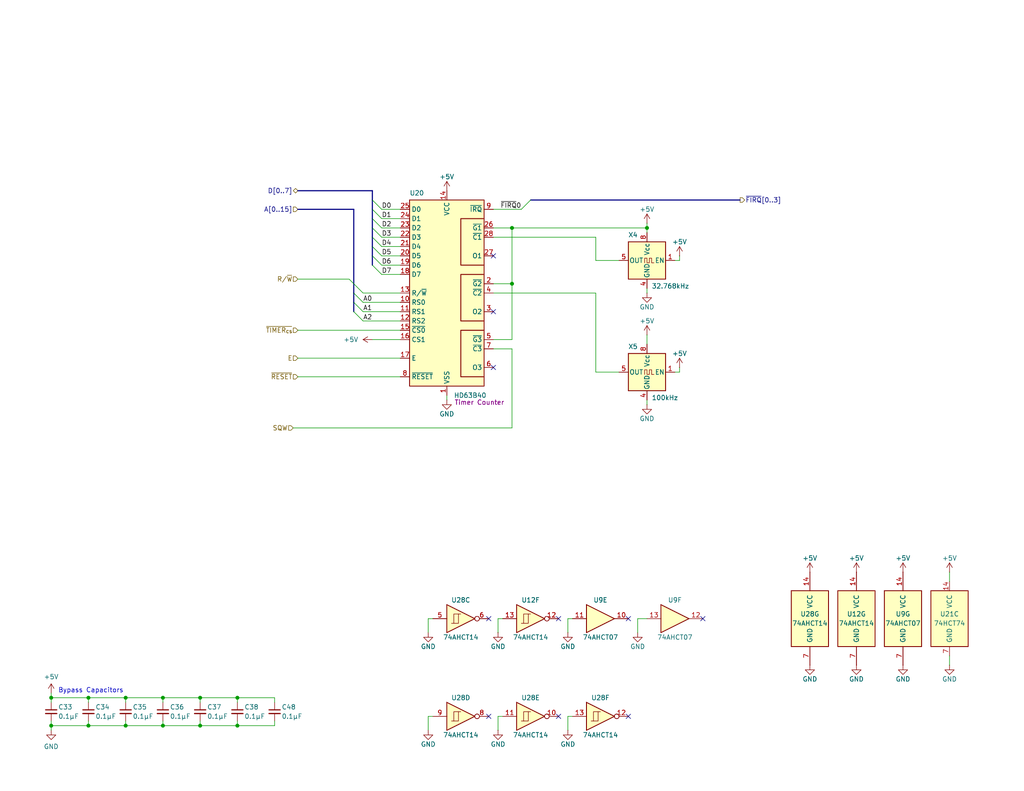
<source format=kicad_sch>
(kicad_sch (version 20250114) (generator "eeschema") (generator_version "9.0")
  (paper "USLetter")
  (title_block (title "Programmable Timer Module") (date "2026-02-28") (rev "2.1") (company "MicroHobbyist") (comment 1 "Frédéric Segard"))
  (lib_symbols
    (symbol "74xx:74HC14" (pin_names (offset 1.016))
      (property "Reference" "U" (at 0 1.27 0))
      (property "Value" "74HC14" (at 0 -1.27 0))
      (symbol "74HC14_1_0"
        (polyline (pts (xy -3.81 3.81) (xy -3.81 -3.81) (xy 3.81 0) (xy -3.81 3.81)) (stroke (width 0.254)) (fill (type background)))
        (pin input line (at -7.62 0 0) (length 3.81) (name "~") (number "1"))
        (pin output inverted (at 7.62 0 180) (length 3.81) (name "~") (number "2"))
      )
      (symbol "74HC14_1_1"
        (polyline (pts (xy -2.54 -1.27) (xy -0.635 -1.27) (xy -0.635 1.27) (xy 0 1.27)))
        (polyline (pts (xy -1.905 -1.27) (xy -1.905 1.27) (xy -0.635 1.27)))
      )
      (symbol "74HC14_2_0"
        (polyline (pts (xy -3.81 3.81) (xy -3.81 -3.81) (xy 3.81 0) (xy -3.81 3.81)) (stroke (width 0.254)) (fill (type background)))
        (pin input line (at -7.62 0 0) (length 3.81) (name "~") (number "3"))
        (pin output inverted (at 7.62 0 180) (length 3.81) (name "~") (number "4"))
      )
      (symbol "74HC14_2_1"
        (polyline (pts (xy -2.54 -1.27) (xy -0.635 -1.27) (xy -0.635 1.27) (xy 0 1.27)))
        (polyline (pts (xy -1.905 -1.27) (xy -1.905 1.27) (xy -0.635 1.27)))
      )
      (symbol "74HC14_3_0"
        (polyline (pts (xy -3.81 3.81) (xy -3.81 -3.81) (xy 3.81 0) (xy -3.81 3.81)) (stroke (width 0.254)) (fill (type background)))
        (pin input line (at -7.62 0 0) (length 3.81) (name "~") (number "5"))
        (pin output inverted (at 7.62 0 180) (length 3.81) (name "~") (number "6"))
      )
      (symbol "74HC14_3_1"
        (polyline (pts (xy -2.54 -1.27) (xy -0.635 -1.27) (xy -0.635 1.27) (xy 0 1.27)))
        (polyline (pts (xy -1.905 -1.27) (xy -1.905 1.27) (xy -0.635 1.27)))
      )
      (symbol "74HC14_4_0"
        (polyline (pts (xy -3.81 3.81) (xy -3.81 -3.81) (xy 3.81 0) (xy -3.81 3.81)) (stroke (width 0.254)) (fill (type background)))
        (pin input line (at -7.62 0 0) (length 3.81) (name "~") (number "9"))
        (pin output inverted (at 7.62 0 180) (length 3.81) (name "~") (number "8"))
      )
      (symbol "74HC14_4_1"
        (polyline (pts (xy -2.54 -1.27) (xy -0.635 -1.27) (xy -0.635 1.27) (xy 0 1.27)))
        (polyline (pts (xy -1.905 -1.27) (xy -1.905 1.27) (xy -0.635 1.27)))
      )
      (symbol "74HC14_5_0"
        (polyline (pts (xy -3.81 3.81) (xy -3.81 -3.81) (xy 3.81 0) (xy -3.81 3.81)) (stroke (width 0.254)) (fill (type background)))
        (pin input line (at -7.62 0 0) (length 3.81) (name "~") (number "11"))
        (pin output inverted (at 7.62 0 180) (length 3.81) (name "~") (number "10"))
      )
      (symbol "74HC14_5_1"
        (polyline (pts (xy -2.54 -1.27) (xy -0.635 -1.27) (xy -0.635 1.27) (xy 0 1.27)))
        (polyline (pts (xy -1.905 -1.27) (xy -1.905 1.27) (xy -0.635 1.27)))
      )
      (symbol "74HC14_6_0"
        (polyline (pts (xy -3.81 3.81) (xy -3.81 -3.81) (xy 3.81 0) (xy -3.81 3.81)) (stroke (width 0.254)) (fill (type background)))
        (pin input line (at -7.62 0 0) (length 3.81) (name "~") (number "13"))
        (pin output inverted (at 7.62 0 180) (length 3.81) (name "~") (number "12"))
      )
      (symbol "74HC14_6_1"
        (polyline (pts (xy -2.54 -1.27) (xy -0.635 -1.27) (xy -0.635 1.27) (xy 0 1.27)))
        (polyline (pts (xy -1.905 -1.27) (xy -1.905 1.27) (xy -0.635 1.27)))
      )
      (symbol "74HC14_7_0"
        (pin power_in line (at 0 12.7 270) (length 5.08) (name "VCC") (number "14"))
        (pin power_in line (at 0 -12.7 90) (length 5.08) (name "GND") (number "7"))
      )
      (symbol "74HC14_7_1"
        (rectangle (start -5.08 7.62) (end 5.08 -7.62) (stroke (width 0.254)) (fill (type background)))
      )
    )
    (symbol "74xx:74HCT74" (pin_names (offset 1.016))
      (property "Reference" "U" (at -7.62 8.89 0))
      (property "Value" "74HCT74" (at -7.62 -8.89 0))
      (symbol "74HCT74_1_0"
        (pin input line (at -7.62 2.54 0) (length 2.54) (name "D") (number "2"))
        (pin input clock (at -7.62 0 0) (length 2.54) (name "C") (number "3"))
        (pin input line (at 0 7.62 270) (length 2.54) (name "~{S}") (number "4"))
        (pin input line (at 0 -7.62 90) (length 2.54) (name "~{R}") (number "1"))
        (pin output line (at 7.62 2.54 180) (length 2.54) (name "Q") (number "5"))
        (pin output line (at 7.62 -2.54 180) (length 2.54) (name "~{Q}") (number "6"))
      )
      (symbol "74HCT74_1_1"
        (rectangle (start -5.08 5.08) (end 5.08 -5.08) (stroke (width 0.254)) (fill (type background)))
      )
      (symbol "74HCT74_2_0"
        (pin input line (at -7.62 2.54 0) (length 2.54) (name "D") (number "12"))
        (pin input clock (at -7.62 0 0) (length 2.54) (name "C") (number "11"))
        (pin input line (at 0 7.62 270) (length 2.54) (name "~{S}") (number "10"))
        (pin input line (at 0 -7.62 90) (length 2.54) (name "~{R}") (number "13"))
        (pin output line (at 7.62 2.54 180) (length 2.54) (name "Q") (number "9"))
        (pin output line (at 7.62 -2.54 180) (length 2.54) (name "~{Q}") (number "8"))
      )
      (symbol "74HCT74_2_1"
        (rectangle (start -5.08 5.08) (end 5.08 -5.08) (stroke (width 0.254)) (fill (type background)))
      )
      (symbol "74HCT74_3_0"
        (pin power_in line (at 0 10.16 270) (length 2.54) (name "VCC") (number "14"))
        (pin power_in line (at 0 -10.16 90) (length 2.54) (name "GND") (number "7"))
      )
      (symbol "74HCT74_3_1"
        (rectangle (start -5.08 7.62) (end 5.08 -7.62) (stroke (width 0.254)) (fill (type background)))
      )
    )
    (symbol "74xx:74LS07" (pin_names (offset 1.016))
      (property "Reference" "U" (at 0 1.27 0))
      (property "Value" "74LS07" (at 0 -1.27 0))
      (symbol "74LS07_1_0"
        (polyline (pts (xy -3.81 3.81) (xy -3.81 -3.81) (xy 3.81 0) (xy -3.81 3.81)) (stroke (width 0.254)) (fill (type background)))
        (pin input line (at -7.62 0 0) (length 3.81) (name "~") (number "1"))
        (pin open_collector line (at 7.62 0 180) (length 3.81) (name "~") (number "2"))
      )
      (symbol "74LS07_2_0"
        (polyline (pts (xy -3.81 3.81) (xy -3.81 -3.81) (xy 3.81 0) (xy -3.81 3.81)) (stroke (width 0.254)) (fill (type background)))
        (pin input line (at -7.62 0 0) (length 3.81) (name "~") (number "3"))
        (pin open_collector line (at 7.62 0 180) (length 3.81) (name "~") (number "4"))
      )
      (symbol "74LS07_3_0"
        (polyline (pts (xy -3.81 3.81) (xy -3.81 -3.81) (xy 3.81 0) (xy -3.81 3.81)) (stroke (width 0.254)) (fill (type background)))
        (pin input line (at -7.62 0 0) (length 3.81) (name "~") (number "5"))
        (pin open_collector line (at 7.62 0 180) (length 3.81) (name "~") (number "6"))
      )
      (symbol "74LS07_4_0"
        (polyline (pts (xy -3.81 3.81) (xy -3.81 -3.81) (xy 3.81 0) (xy -3.81 3.81)) (stroke (width 0.254)) (fill (type background)))
        (pin input line (at -7.62 0 0) (length 3.81) (name "~") (number "9"))
        (pin open_collector line (at 7.62 0 180) (length 3.81) (name "~") (number "8"))
      )
      (symbol "74LS07_5_0"
        (polyline (pts (xy -3.81 3.81) (xy -3.81 -3.81) (xy 3.81 0) (xy -3.81 3.81)) (stroke (width 0.254)) (fill (type background)))
        (pin input line (at -7.62 0 0) (length 3.81) (name "~") (number "11"))
        (pin open_collector line (at 7.62 0 180) (length 3.81) (name "~") (number "10"))
      )
      (symbol "74LS07_6_0"
        (polyline (pts (xy -3.81 3.81) (xy -3.81 -3.81) (xy 3.81 0) (xy -3.81 3.81)) (stroke (width 0.254)) (fill (type background)))
        (pin input line (at -7.62 0 0) (length 3.81) (name "~") (number "13"))
        (pin open_collector line (at 7.62 0 180) (length 3.81) (name "~") (number "12"))
      )
      (symbol "74LS07_7_0"
        (pin power_in line (at 0 12.7 270) (length 5.08) (name "VCC") (number "14"))
        (pin power_in line (at 0 -12.7 90) (length 5.08) (name "GND") (number "7"))
      )
      (symbol "74LS07_7_1"
        (rectangle (start -5.08 7.62) (end 5.08 -7.62) (stroke (width 0.254)) (fill (type background)))
      )
    )
    (symbol "Device:C_Small" (pin_numbers (hide yes)) (pin_names (offset 0.254) (hide yes))
      (property "Reference" "C" (at 0.254 1.778 0))
      (property "Value" "C_Small" (at 0.254 -2.032 0))
      (symbol "C_Small_0_1"
        (polyline (pts (xy -1.524 0.508) (xy 1.524 0.508)) (stroke (width 0.3048)))
        (polyline (pts (xy -1.524 -0.508) (xy 1.524 -0.508)) (stroke (width 0.3302)))
      )
      (symbol "C_Small_1_1"
        (pin passive line (at 0 2.54 270) (length 2.032) (name "~") (number "1"))
        (pin passive line (at 0 -2.54 90) (length 2.032) (name "~") (number "2"))
      )
    )
    (symbol "Interface:MC68B40"
      (property "Reference" "U" (at -7.62 34.29 0))
      (property "Value" "MC68B40" (at 10.16 34.29 0))
      (symbol "MC68B40_0_1"
        (rectangle (start -10.16 25.4) (end 10.16 -25.4) (stroke (width 0.254)) (fill (type background)))
        (polyline (pts (xy 10.16 20.32) (xy 3.81 20.32) (xy 3.81 7.62) (xy 10.16 7.62)) (stroke (width 0.254)))
        (polyline (pts (xy 10.16 5.08) (xy 3.81 5.08) (xy 3.81 -7.62) (xy 10.16 -7.62)) (stroke (width 0.254)))
        (polyline (pts (xy 10.16 -10.16) (xy 3.81 -10.16) (xy 3.81 -22.86) (xy 10.16 -22.86)) (stroke (width 0.254)))
      )
      (symbol "MC68B40_1_1"
        (pin input line (at -12.7 22.86 0) (length 2.54) (name "D0") (number "25"))
        (pin input line (at -12.7 20.32 0) (length 2.54) (name "D1") (number "24"))
        (pin input line (at -12.7 17.78 0) (length 2.54) (name "D2") (number "23"))
        (pin input line (at -12.7 15.24 0) (length 2.54) (name "D3") (number "22"))
        (pin input line (at -12.7 12.7 0) (length 2.54) (name "D4") (number "21"))
        (pin input line (at -12.7 10.16 0) (length 2.54) (name "D5") (number "20"))
        (pin input line (at -12.7 7.62 0) (length 2.54) (name "D6") (number "19"))
        (pin input line (at -12.7 5.08 0) (length 2.54) (name "D7") (number "18"))
        (pin input line (at -12.7 0 0) (length 2.54) (name "R/~{W}") (number "13"))
        (pin input line (at -12.7 -2.54 0) (length 2.54) (name "RS0") (number "10"))
        (pin input line (at -12.7 -5.08 0) (length 2.54) (name "RS1") (number "11"))
        (pin input line (at -12.7 -7.62 0) (length 2.54) (name "RS2") (number "12"))
        (pin input line (at -12.7 -10.16 0) (length 2.54) (name "~{CS0}") (number "15"))
        (pin input line (at -12.7 -12.7 0) (length 2.54) (name "CS1") (number "16"))
        (pin input line (at -12.7 -17.78 0) (length 2.54) (name "E") (number "17"))
        (pin input line (at -12.7 -22.86 0) (length 2.54) (name "~{RESET}") (number "8"))
        (pin power_in line (at 0 27.94 270) (length 2.54) (name "VCC") (number "14"))
        (pin power_in line (at 0 -27.94 90) (length 2.54) (name "VSS") (number "1"))
        (pin output line (at 12.7 22.86 180) (length 2.54) (name "~{IRQ}") (number "9"))
        (pin input line (at 12.7 17.78 180) (length 2.54) (name "~{G1}") (number "26"))
        (pin input line (at 12.7 15.24 180) (length 2.54) (name "~{C1}") (number "28"))
        (pin output line (at 12.7 10.16 180) (length 2.54) (name "O1") (number "27"))
        (pin input line (at 12.7 2.54 180) (length 2.54) (name "~{G2}") (number "2"))
        (pin input line (at 12.7 0 180) (length 2.54) (name "~{C2}") (number "4"))
        (pin output line (at 12.7 -5.08 180) (length 2.54) (name "O2") (number "3"))
        (pin input line (at 12.7 -12.7 180) (length 2.54) (name "~{G3}") (number "5"))
        (pin input line (at 12.7 -15.24 180) (length 2.54) (name "~{C3}") (number "7"))
        (pin output line (at 12.7 -20.32 180) (length 2.54) (name "O3") (number "6"))
      )
    )
    (symbol "Oscillator:CXO_DIP8" (pin_names (offset 0.254))
      (property "Reference" "Y" (at -5.08 6.35 0))
      (property "Value" "CXO_DIP8" (at 1.27 -6.35 0))
      (symbol "CXO_DIP8_0_1"
        (rectangle (start -5.08 5.08) (end 5.08 -5.08) (stroke (width 0.254)) (fill (type background)))
        (polyline (pts (xy -1.905 -0.635) (xy -1.27 -0.635) (xy -1.27 0.635) (xy -0.635 0.635) (xy -0.635 -0.635) (xy 0 -0.635) (xy 0 0.635) (xy 0.635 0.635) (xy 0.635 -0.635)))
      )
      (symbol "CXO_DIP8_1_1"
        (pin input line (at -7.62 0 0) (length 2.54) (name "EN") (number "1"))
        (pin power_in line (at 0 7.62 270) (length 2.54) (name "Vcc") (number "8"))
        (pin power_in line (at 0 -7.62 90) (length 2.54) (name "GND") (number "4"))
        (pin output line (at 7.62 0 180) (length 2.54) (name "OUT") (number "5"))
      )
    )
    (symbol "power:+5V" (power) (pin_numbers (hide yes)) (pin_names (offset 0) (hide yes))
      (property "Value" "+5V" (at 0 3.556 0))
      (symbol "+5V_0_1"
        (polyline (pts (xy -0.762 1.27) (xy 0 2.54)))
        (polyline (pts (xy 0 2.54) (xy 0.762 1.27)))
        (polyline (pts (xy 0 0) (xy 0 2.54)))
      )
      (symbol "+5V_1_1"
        (pin power_in line (at 0 0 90) (length 0) (name "~") (number "1"))
      )
    )
    (symbol "power:GND" (power) (pin_numbers (hide yes)) (pin_names (offset 0) (hide yes))
      (property "Value" "GND" (at 0 -3.81 0))
      (symbol "GND_0_1"
        (polyline (pts (xy 0 0) (xy 0 -1.27) (xy 1.27 -1.27) (xy 0 -2.54) (xy -1.27 -1.27) (xy 0 -1.27)))
      )
      (symbol "GND_1_1"
        (pin power_in line (at 0 0 270) (length 0) (name "~") (number "1"))
      )
    )
  )
  (text "Bypass Capacitors" (at 15.875 188.595 0) (effects (font (size 1.27 1.27)) (justify left)))
  (junction (at 13.97 198.12))
  (junction (at 64.77 190.5))
  (junction (at 24.13 190.5))
  (junction (at 54.61 190.5))
  (junction (at 176.53 62.23))
  (junction (at 64.77 198.12))
  (junction (at 13.97 190.5))
  (junction (at 24.13 198.12))
  (junction (at 44.45 190.5))
  (junction (at 34.29 190.5))
  (junction (at 44.45 198.12))
  (junction (at 139.7 62.23))
  (junction (at 139.7 77.47))
  (junction (at 34.29 198.12))
  (junction (at 54.61 198.12))
  (no_connect (at 134.62 100.33))
  (no_connect (at 133.35 168.91))
  (no_connect (at 171.45 168.91))
  (no_connect (at 152.4 195.58))
  (no_connect (at 134.62 69.85))
  (no_connect (at 171.45 195.58))
  (no_connect (at 152.4 168.91))
  (no_connect (at 134.62 85.09))
  (no_connect (at 133.35 195.58))
  (no_connect (at 191.77 168.91))
  (bus_entry (at 96.52 85.09) (size 2.54 2.54))
  (bus_entry (at 96.52 82.55) (size 2.54 2.54))
  (bus_entry (at 104.14 69.85) (size -2.54 -2.54))
  (bus_entry (at 96.52 80.01) (size 2.54 2.54))
  (bus_entry (at 104.14 74.93) (size -2.54 -2.54))
  (bus_entry (at 104.14 59.69) (size -2.54 -2.54))
  (bus_entry (at 104.14 57.15) (size -2.54 -2.54))
  (bus_entry (at 104.14 67.31) (size -2.54 -2.54))
  (bus_entry (at 104.14 62.23) (size -2.54 -2.54))
  (bus_entry (at 142.24 57.15) (size 2.54 -2.54))
  (bus_entry (at 104.14 72.39) (size -2.54 -2.54))
  (bus_entry (at 104.14 64.77) (size -2.54 -2.54))
  (wire (pts (xy 64.77 190.5) (xy 64.77 191.77)))
  (wire (pts (xy 24.13 198.12) (xy 34.29 198.12)))
  (bus (pts (xy 101.6 69.85) (xy 101.6 72.39)))
  (wire (pts (xy 80.01 116.84) (xy 139.7 116.84)))
  (bus (pts (xy 101.6 59.69) (xy 101.6 62.23)))
  (wire (pts (xy 116.84 195.58) (xy 118.11 195.58)))
  (wire (pts (xy 44.45 190.5) (xy 54.61 190.5)))
  (wire (pts (xy 185.42 100.33) (xy 185.42 101.6)))
  (wire (pts (xy 24.13 196.85) (xy 24.13 198.12)))
  (wire (pts (xy 116.84 168.91) (xy 116.84 172.72)))
  (wire (pts (xy 99.06 80.01) (xy 95.25 76.2)))
  (wire (pts (xy 64.77 196.85) (xy 64.77 198.12)))
  (wire (pts (xy 13.97 198.12) (xy 24.13 198.12)))
  (wire (pts (xy 134.62 77.47) (xy 139.7 77.47)))
  (wire (pts (xy 185.42 69.85) (xy 185.42 71.12)))
  (wire (pts (xy 109.22 69.85) (xy 104.14 69.85)))
  (wire (pts (xy 109.22 74.93) (xy 104.14 74.93)))
  (wire (pts (xy 54.61 190.5) (xy 64.77 190.5)))
  (wire (pts (xy 101.6 92.71) (xy 109.22 92.71)))
  (wire (pts (xy 13.97 190.5) (xy 24.13 190.5)))
  (wire (pts (xy 81.28 97.79) (xy 109.22 97.79)))
  (wire (pts (xy 74.93 190.5) (xy 74.93 191.77)))
  (wire (pts (xy 154.94 195.58) (xy 154.94 199.39)))
  (wire (pts (xy 185.42 71.12) (xy 184.15 71.12)))
  (wire (pts (xy 13.97 198.12) (xy 13.97 199.39)))
  (wire (pts (xy 44.45 196.85) (xy 44.45 198.12)))
  (wire (pts (xy 176.53 62.23) (xy 176.53 63.5)))
  (wire (pts (xy 81.28 102.87) (xy 109.22 102.87)))
  (wire (pts (xy 34.29 190.5) (xy 34.29 191.77)))
  (wire (pts (xy 134.62 92.71) (xy 139.7 92.71)))
  (wire (pts (xy 116.84 168.91) (xy 118.11 168.91)))
  (bus (pts (xy 101.6 54.61) (xy 101.6 57.15)))
  (wire (pts (xy 259.08 156.21) (xy 259.08 158.75)))
  (wire (pts (xy 34.29 196.85) (xy 34.29 198.12)))
  (wire (pts (xy 54.61 196.85) (xy 54.61 198.12)))
  (wire (pts (xy 99.06 80.01) (xy 109.22 80.01)))
  (wire (pts (xy 13.97 189.23) (xy 13.97 190.5)))
  (wire (pts (xy 116.84 195.58) (xy 116.84 199.39)))
  (wire (pts (xy 24.13 190.5) (xy 24.13 191.77)))
  (wire (pts (xy 109.22 57.15) (xy 104.14 57.15)))
  (wire (pts (xy 109.22 64.77) (xy 104.14 64.77)))
  (wire (pts (xy 109.22 59.69) (xy 104.14 59.69)))
  (wire (pts (xy 81.28 76.2) (xy 95.25 76.2)))
  (wire (pts (xy 139.7 62.23) (xy 139.7 77.47)))
  (wire (pts (xy 44.45 190.5) (xy 44.45 191.77)))
  (wire (pts (xy 185.42 101.6) (xy 184.15 101.6)))
  (bus (pts (xy 81.28 57.15) (xy 96.52 57.15)))
  (wire (pts (xy 54.61 198.12) (xy 64.77 198.12)))
  (wire (pts (xy 134.62 64.77) (xy 162.56 64.77)))
  (wire (pts (xy 139.7 116.84) (xy 139.7 95.25)))
  (wire (pts (xy 162.56 71.12) (xy 168.91 71.12)))
  (wire (pts (xy 135.89 195.58) (xy 135.89 199.39)))
  (bus (pts (xy 101.6 62.23) (xy 101.6 64.77)))
  (wire (pts (xy 162.56 80.01) (xy 134.62 80.01)))
  (wire (pts (xy 13.97 190.5) (xy 13.97 191.77)))
  (wire (pts (xy 13.97 196.85) (xy 13.97 198.12)))
  (wire (pts (xy 109.22 67.31) (xy 104.14 67.31)))
  (wire (pts (xy 64.77 190.5) (xy 74.93 190.5)))
  (wire (pts (xy 162.56 64.77) (xy 162.56 71.12)))
  (wire (pts (xy 135.89 168.91) (xy 135.89 172.72)))
  (wire (pts (xy 154.94 195.58) (xy 156.21 195.58)))
  (wire (pts (xy 135.89 168.91) (xy 137.16 168.91)))
  (wire (pts (xy 99.06 87.63) (xy 109.22 87.63)))
  (wire (pts (xy 24.13 190.5) (xy 34.29 190.5)))
  (wire (pts (xy 176.53 110.49) (xy 176.53 109.22)))
  (bus (pts (xy 101.6 52.07) (xy 101.6 54.61)))
  (wire (pts (xy 134.62 95.25) (xy 139.7 95.25)))
  (wire (pts (xy 154.94 168.91) (xy 154.94 172.72)))
  (wire (pts (xy 259.08 179.07) (xy 259.08 181.61)))
  (wire (pts (xy 64.77 198.12) (xy 74.93 198.12)))
  (bus (pts (xy 101.6 57.15) (xy 101.6 59.69)))
  (wire (pts (xy 139.7 62.23) (xy 176.53 62.23)))
  (wire (pts (xy 162.56 80.01) (xy 162.56 101.6)))
  (wire (pts (xy 135.89 195.58) (xy 137.16 195.58)))
  (wire (pts (xy 34.29 190.5) (xy 44.45 190.5)))
  (wire (pts (xy 109.22 62.23) (xy 104.14 62.23)))
  (wire (pts (xy 162.56 101.6) (xy 168.91 101.6)))
  (wire (pts (xy 99.06 85.09) (xy 109.22 85.09)))
  (wire (pts (xy 74.93 196.85) (xy 74.93 198.12)))
  (bus (pts (xy 81.28 52.07) (xy 101.6 52.07)))
  (wire (pts (xy 173.99 168.91) (xy 176.53 168.91)))
  (bus (pts (xy 96.52 57.15) (xy 96.52 80.01)))
  (bus (pts (xy 101.6 67.31) (xy 101.6 69.85)))
  (wire (pts (xy 121.92 109.22) (xy 121.92 107.95)))
  (bus (pts (xy 101.6 64.77) (xy 101.6 67.31)))
  (wire (pts (xy 173.99 168.91) (xy 173.99 172.72)))
  (bus (pts (xy 144.78 54.61) (xy 201.93 54.61)))
  (wire (pts (xy 99.06 82.55) (xy 109.22 82.55)))
  (bus (pts (xy 96.52 85.09) (xy 96.52 82.55)))
  (wire (pts (xy 54.61 190.5) (xy 54.61 191.77)))
  (wire (pts (xy 81.28 90.17) (xy 109.22 90.17)))
  (wire (pts (xy 134.62 57.15) (xy 142.24 57.15)))
  (wire (pts (xy 134.62 62.23) (xy 139.7 62.23)))
  (wire (pts (xy 44.45 198.12) (xy 54.61 198.12)))
  (wire (pts (xy 139.7 77.47) (xy 139.7 92.71)))
  (wire (pts (xy 176.53 91.44) (xy 176.53 93.98)))
  (wire (pts (xy 176.53 60.96) (xy 176.53 62.23)))
  (wire (pts (xy 109.22 72.39) (xy 104.14 72.39)))
  (wire (pts (xy 154.94 168.91) (xy 156.21 168.91)))
  (wire (pts (xy 34.29 198.12) (xy 44.45 198.12)))
  (wire (pts (xy 176.53 80.01) (xy 176.53 78.74)))
  (bus (pts (xy 96.52 82.55) (xy 96.52 80.01)))
  (label "D2" (at 104.14 62.23 0))
  (label "D1" (at 104.14 59.69 0))
  (label "D0" (at 104.14 57.15 0))
  (label "D5" (at 104.14 69.85 0))
  (label "A0" (at 99.06 82.55 0))
  (label "A2" (at 99.06 87.63 0))
  (label "A1" (at 99.06 85.09 0))
  (label "D7" (at 104.14 74.93 0))
  (label "D4" (at 104.14 67.31 0))
  (label "D3" (at 104.14 64.77 0))
  (label "~{FIRQ}0" (at 142.24 57.15 180))
  (label "D6" (at 104.14 72.39 0))
  (hierarchical_label "R{slash}~{W}" (shape input) (at 81.28 76.2 180))
  (hierarchical_label "E" (shape input) (at 81.28 97.79 180))
  (hierarchical_label "~{FIRQ}[0..3]" (shape output) (at 201.93 54.61 0))
  (hierarchical_label "D[0..7]" (shape bidirectional) (at 81.28 52.07 180))
  (hierarchical_label "~{TIMER_{cs}}" (shape input) (at 81.28 90.17 180))
  (hierarchical_label "A[0..15]" (shape input) (at 81.28 57.15 180))
  (hierarchical_label "SQW" (shape input) (at 80.01 116.84 180))
  (hierarchical_label "~{RESET}" (shape input) (at 81.28 102.87 180))
  (symbol (lib_id "power:GND") (at 154.94 172.72 0) (unit 1)
    (property "Reference" "#PWR099" (effects (hide yes)))
    (property "Value" "GND" (at 154.94 176.53 0))
    (property "Description" "Power symbol creates a global label with name \"GND\" , ground" (effects (hide yes)))
  )
  (symbol (lib_id "power:GND") (at 173.99 172.72 0) (unit 1)
    (property "Reference" "#PWR0100" (effects (hide yes)))
    (property "Value" "GND" (at 173.99 176.53 0))
    (property "Description" "Power symbol creates a global label with name \"GND\" , ground" (effects (hide yes)))
  )
  (symbol (lib_id "Device:C_Small") (at 13.97 194.31 0) (unit 1)
    (property "Reference" "C33" (at 15.875 193.04 0) (effects (justify left)))
    (property "Value" "0.1µF" (at 15.875 195.58 0) (effects (justify left)))
    (property "Description" "Unpolarized capacitor, small symbol" (effects (hide yes)))
  )
  (symbol (lib_id "power:GND") (at 176.53 110.49 0) (mirror y) (unit 1)
    (property "Reference" "#PWR094" (effects (hide yes)))
    (property "Value" "GND" (at 176.53 114.3 0))
    (property "Description" "Power symbol creates a global label with name \"GND\" , ground" (effects (hide yes)))
  )
  (symbol (lib_id "74xx:74HC14") (at 220.98 168.91 0) (unit 7)
    (property "Reference" "U28" (at 220.98 167.64 0))
    (property "Value" "74AHCT14" (at 220.98 170.18 0))
    (property "Datasheet" "http://www.ti.com/lit/gpn/sn74HC14" (effects (hide yes)))
    (property "Description" "Hex inverter schmitt trigger" (effects (hide yes)))
  )
  (symbol (lib_id "power:+5V") (at 233.68 156.21 0) (unit 1)
    (property "Reference" "#PWR095" (effects (hide yes)))
    (property "Value" "+5V" (at 233.68 152.4 0))
    (property "Description" "Power symbol creates a global label with name \"+5V\"" (effects (hide yes)))
  )
  (symbol (lib_id "Interface:MC68B40") (at 121.92 80.01 0) (unit 1)
    (property "Reference" "U20" (at 111.76 52.705 0) (effects (justify left)))
    (property "Value" "HD63B40" (at 123.825 107.95 0) (effects (justify left)))
    (property "Footprint" "Package_DIP:DIP-28_W15.24mm" (effects (hide yes)))
    (property "Datasheet" "http://pdf.datasheetcatalog.com/datasheet/motorola/MC6840.pdf" (effects (hide yes)))
    (property "Description" "Timer Counter" (at 130.81 109.855 0))
  )
  (symbol (lib_id "power:+5V") (at 121.92 52.07 0) (unit 1)
    (property "Reference" "#PWR086" (effects (hide yes)))
    (property "Value" "+5V" (at 121.92 48.26 0))
    (property "Description" "Power symbol creates a global label with name \"+5V\"" (effects (hide yes)))
  )
  (symbol (lib_id "Device:C_Small") (at 64.77 194.31 0) (unit 1)
    (property "Reference" "C38" (at 66.675 193.04 0) (effects (justify left)))
    (property "Value" "0.1µF" (at 66.675 195.58 0) (effects (justify left)))
    (property "Description" "Unpolarized capacitor, small symbol" (effects (hide yes)))
  )
  (symbol (lib_id "power:+5V") (at 13.97 189.23 0) (unit 1)
    (property "Reference" "#PWR0104" (effects (hide yes)))
    (property "Value" "+5V" (at 13.97 184.785 0))
    (property "Description" "Power symbol creates a global label with name \"+5V\"" (effects (hide yes)))
  )
  (symbol (lib_id "Oscillator:CXO_DIP8") (at 176.53 101.6 0) (mirror y) (unit 1)
    (property "Reference" "X5" (at 172.72 94.615 0))
    (property "Value" "100kHz" (at 177.8 108.585 0) (effects (justify right)))
    (property "Footprint" "Oscillator:Oscillator_DIP-8" (effects (hide yes)))
    (property "Datasheet" "http://cdn-reichelt.de/documents/datenblatt/B400/OSZI.pdf" (effects (hide yes)))
    (property "Description" "Crystal Clock Oscillator, DIP8-style metal package" (effects (hide yes)))
  )
  (symbol (lib_id "power:GND") (at 13.97 199.39 0) (unit 1)
    (property "Reference" "#PWR0105" (effects (hide yes)))
    (property "Value" "GND" (at 13.97 203.835 0))
    (property "Description" "Power symbol creates a global label with name \"GND\" , ground" (effects (hide yes)))
  )
  (symbol (lib_id "power:GND") (at 233.68 181.61 0) (unit 1)
    (property "Reference" "#PWR0101" (effects (hide yes)))
    (property "Value" "GND" (at 233.68 185.42 0))
    (property "Description" "Power symbol creates a global label with name \"GND\" , ground" (effects (hide yes)))
  )
  (symbol (lib_id "Oscillator:CXO_DIP8") (at 176.53 71.12 0) (mirror y) (unit 1)
    (property "Reference" "X4" (at 172.72 64.135 0))
    (property "Value" "32.768kHz" (at 177.8 78.105 0) (effects (justify right)))
    (property "Footprint" "Oscillator:Oscillator_DIP-8" (effects (hide yes)))
    (property "Datasheet" "http://cdn-reichelt.de/documents/datenblatt/B400/OSZI.pdf" (effects (hide yes)))
    (property "Description" "Crystal Clock Oscillator, DIP8-style metal package" (effects (hide yes)))
  )
  (symbol (lib_id "74xx:74HC14") (at 125.73 195.58 0) (unit 4)
    (property "Reference" "U28" (at 125.73 190.5 0))
    (property "Value" "74AHCT14" (at 125.73 200.66 0))
    (property "Datasheet" "http://www.ti.com/lit/gpn/sn74HC14" (effects (hide yes)))
    (property "Description" "Hex inverter schmitt trigger" (effects (hide yes)))
  )
  (symbol (lib_id "Device:C_Small") (at 44.45 194.31 0) (unit 1)
    (property "Reference" "C36" (at 46.355 193.04 0) (effects (justify left)))
    (property "Value" "0.1µF" (at 46.355 195.58 0) (effects (justify left)))
    (property "Description" "Unpolarized capacitor, small symbol" (effects (hide yes)))
  )
  (symbol (lib_id "74xx:74HC14") (at 163.83 195.58 0) (unit 6)
    (property "Reference" "U28" (at 163.83 190.5 0))
    (property "Value" "74AHCT14" (at 163.83 200.66 0))
    (property "Datasheet" "http://www.ti.com/lit/gpn/sn74HC14" (effects (hide yes)))
    (property "Description" "Hex inverter schmitt trigger" (effects (hide yes)))
  )
  (symbol (lib_id "power:+5V") (at 101.6 92.71 90) (unit 1)
    (property "Reference" "#PWR091" (effects (hide yes)))
    (property "Value" "+5V" (at 97.79 92.7099 90) (effects (justify left)))
    (property "Description" "Power symbol creates a global label with name \"+5V\"" (effects (hide yes)))
  )
  (symbol (lib_id "power:GND") (at 176.53 80.01 0) (mirror y) (unit 1)
    (property "Reference" "#PWR089" (effects (hide yes)))
    (property "Value" "GND" (at 176.53 83.82 0))
    (property "Description" "Power symbol creates a global label with name \"GND\" , ground" (effects (hide yes)))
  )
  (symbol (lib_id "74xx:74HC14") (at 144.78 168.91 0) (unit 6)
    (property "Reference" "U12" (at 144.78 163.83 0))
    (property "Value" "74AHCT14" (at 144.78 173.99 0))
    (property "Datasheet" "http://www.ti.com/lit/gpn/sn74HC14" (effects (hide yes)))
    (property "Description" "Hex inverter schmitt trigger" (effects (hide yes)))
  )
  (symbol (lib_id "74xx:74LS07") (at 246.38 168.91 0) (unit 7)
    (property "Reference" "U9" (at 246.38 167.64 0))
    (property "Value" "74AHCT07" (at 246.38 170.18 0))
    (property "Datasheet" "www.ti.com/lit/ds/symlink/sn74ls07.pdf" (effects (hide yes)))
    (property "Description" "Hex Buffers and Drivers With Open Collector High Voltage Outputs" (effects (hide yes)))
  )
  (symbol (lib_id "power:GND") (at 116.84 172.72 0) (unit 1)
    (property "Reference" "#PWR0144" (effects (hide yes)))
    (property "Value" "GND" (at 116.84 176.53 0))
    (property "Description" "Power symbol creates a global label with name \"GND\" , ground" (effects (hide yes)))
  )
  (symbol (lib_id "74xx:74HCT74") (at 259.08 168.91 0) (unit 3)
    (property "Reference" "U21" (at 259.08 167.64 0))
    (property "Value" "74HCT74" (at 259.08 170.18 0))
    (property "Datasheet" "https://assets.nexperia.com/documents/data-sheet/74HC_HCT74.pdf" (effects (hide yes)))
    (property "Description" "Dual D Flip-flop, Set & Reset" (effects (hide yes)))
  )
  (symbol (lib_id "74xx:74HC14") (at 233.68 168.91 0) (unit 7)
    (property "Reference" "U12" (at 233.68 167.64 0))
    (property "Value" "74AHCT14" (at 233.68 170.18 0))
    (property "Datasheet" "http://www.ti.com/lit/gpn/sn74HC14" (effects (hide yes)))
    (property "Description" "Hex inverter schmitt trigger" (effects (hide yes)))
  )
  (symbol (lib_id "74xx:74HC14") (at 125.73 168.91 0) (unit 3)
    (property "Reference" "U28" (at 125.73 163.83 0))
    (property "Value" "74AHCT14" (at 125.73 173.99 0))
    (property "Datasheet" "http://www.ti.com/lit/gpn/sn74HC14" (effects (hide yes)))
    (property "Description" "Hex inverter schmitt trigger" (effects (hide yes)))
  )
  (symbol (lib_id "Device:C_Small") (at 74.93 194.31 0) (unit 1)
    (property "Reference" "C48" (at 76.835 193.04 0) (effects (justify left)))
    (property "Value" "0.1µF" (at 76.835 195.58 0) (effects (justify left)))
    (property "Description" "Unpolarized capacitor, small symbol" (effects (hide yes)))
  )
  (symbol (lib_id "Device:C_Small") (at 34.29 194.31 0) (unit 1)
    (property "Reference" "C35" (at 36.195 193.04 0) (effects (justify left)))
    (property "Value" "0.1µF" (at 36.195 195.58 0) (effects (justify left)))
    (property "Description" "Unpolarized capacitor, small symbol" (effects (hide yes)))
  )
  (symbol (lib_id "Device:C_Small") (at 24.13 194.31 0) (unit 1)
    (property "Reference" "C34" (at 26.035 193.04 0) (effects (justify left)))
    (property "Value" "0.1µF" (at 26.035 195.58 0) (effects (justify left)))
    (property "Description" "Unpolarized capacitor, small symbol" (effects (hide yes)))
  )
  (symbol (lib_id "power:GND") (at 121.92 109.22 0) (unit 1)
    (property "Reference" "#PWR093" (effects (hide yes)))
    (property "Value" "GND" (at 121.92 113.03 0))
    (property "Description" "Power symbol creates a global label with name \"GND\" , ground" (effects (hide yes)))
  )
  (symbol (lib_id "power:GND") (at 259.08 181.61 0) (unit 1)
    (property "Reference" "#PWR0103" (effects (hide yes)))
    (property "Value" "GND" (at 259.08 185.42 0))
    (property "Description" "Power symbol creates a global label with name \"GND\" , ground" (effects (hide yes)))
  )
  (symbol (lib_id "power:+5V") (at 176.53 91.44 0) (mirror y) (unit 1)
    (property "Reference" "#PWR090" (effects (hide yes)))
    (property "Value" "+5V" (at 176.53 87.63 0))
    (property "Description" "Power symbol creates a global label with name \"+5V\"" (effects (hide yes)))
  )
  (symbol (lib_id "74xx:74LS07") (at 184.15 168.91 0) (unit 6)
    (property "Reference" "U9" (at 184.15 163.83 0))
    (property "Value" "74AHCT07" (at 184.15 173.99 0))
    (property "Datasheet" "www.ti.com/lit/ds/symlink/sn74ls07.pdf" (effects (hide yes)))
    (property "Description" "Hex Buffers and Drivers With Open Collector High Voltage Outputs" (effects (hide yes)))
  )
  (symbol (lib_id "Device:C_Small") (at 54.61 194.31 0) (unit 1)
    (property "Reference" "C37" (at 56.515 193.04 0) (effects (justify left)))
    (property "Value" "0.1µF" (at 56.515 195.58 0) (effects (justify left)))
    (property "Description" "Unpolarized capacitor, small symbol" (effects (hide yes)))
  )
  (symbol (lib_id "74xx:74HC14") (at 144.78 195.58 0) (unit 5)
    (property "Reference" "U28" (at 144.78 190.5 0))
    (property "Value" "74AHCT14" (at 144.78 200.66 0))
    (property "Datasheet" "http://www.ti.com/lit/gpn/sn74HC14" (effects (hide yes)))
    (property "Description" "Hex inverter schmitt trigger" (effects (hide yes)))
  )
  (symbol (lib_id "power:GND") (at 246.38 181.61 0) (unit 1)
    (property "Reference" "#PWR0102" (effects (hide yes)))
    (property "Value" "GND" (at 246.38 185.42 0))
    (property "Description" "Power symbol creates a global label with name \"GND\" , ground" (effects (hide yes)))
  )
  (symbol (lib_id "power:GND") (at 135.89 199.39 0) (unit 1)
    (property "Reference" "#PWR0146" (effects (hide yes)))
    (property "Value" "GND" (at 135.89 203.2 0))
    (property "Description" "Power symbol creates a global label with name \"GND\" , ground" (effects (hide yes)))
  )
  (symbol (lib_id "power:GND") (at 116.84 199.39 0) (unit 1)
    (property "Reference" "#PWR0145" (effects (hide yes)))
    (property "Value" "GND" (at 116.84 203.2 0))
    (property "Description" "Power symbol creates a global label with name \"GND\" , ground" (effects (hide yes)))
  )
  (symbol (lib_id "power:+5V") (at 185.42 69.85 0) (mirror y) (unit 1)
    (property "Reference" "#PWR088" (effects (hide yes)))
    (property "Value" "+5V" (at 185.42 66.04 0))
    (property "Description" "Power symbol creates a global label with name \"+5V\"" (effects (hide yes)))
  )
  (symbol (lib_id "power:+5V") (at 185.42 100.33 0) (mirror y) (unit 1)
    (property "Reference" "#PWR092" (effects (hide yes)))
    (property "Value" "+5V" (at 185.42 96.52 0))
    (property "Description" "Power symbol creates a global label with name \"+5V\"" (effects (hide yes)))
  )
  (symbol (lib_id "power:+5V") (at 176.53 60.96 0) (mirror y) (unit 1)
    (property "Reference" "#PWR087" (effects (hide yes)))
    (property "Value" "+5V" (at 176.53 57.15 0))
    (property "Description" "Power symbol creates a global label with name \"+5V\"" (effects (hide yes)))
  )
  (symbol (lib_id "power:+5V") (at 246.38 156.21 0) (unit 1)
    (property "Reference" "#PWR096" (effects (hide yes)))
    (property "Value" "+5V" (at 246.38 152.4 0))
    (property "Description" "Power symbol creates a global label with name \"+5V\"" (effects (hide yes)))
  )
  (symbol (lib_id "power:+5V") (at 220.98 156.21 0) (unit 1)
    (property "Reference" "#PWR0142" (effects (hide yes)))
    (property "Value" "+5V" (at 220.98 152.4 0))
    (property "Description" "Power symbol creates a global label with name \"+5V\"" (effects (hide yes)))
  )
  (symbol (lib_id "power:+5V") (at 259.08 156.21 0) (unit 1)
    (property "Reference" "#PWR097" (effects (hide yes)))
    (property "Value" "+5V" (at 259.08 152.4 0))
    (property "Description" "Power symbol creates a global label with name \"+5V\"" (effects (hide yes)))
  )
  (symbol (lib_id "power:GND") (at 154.94 199.39 0) (unit 1)
    (property "Reference" "#PWR0147" (effects (hide yes)))
    (property "Value" "GND" (at 154.94 203.2 0))
    (property "Description" "Power symbol creates a global label with name \"GND\" , ground" (effects (hide yes)))
  )
  (symbol (lib_id "power:GND") (at 135.89 172.72 0) (unit 1)
    (property "Reference" "#PWR098" (effects (hide yes)))
    (property "Value" "GND" (at 135.89 176.53 0))
    (property "Description" "Power symbol creates a global label with name \"GND\" , ground" (effects (hide yes)))
  )
  (symbol (lib_id "power:GND") (at 220.98 181.61 0) (unit 1)
    (property "Reference" "#PWR0143" (effects (hide yes)))
    (property "Value" "GND" (at 220.98 185.42 0))
    (property "Description" "Power symbol creates a global label with name \"GND\" , ground" (effects (hide yes)))
  )
  (symbol (lib_id "74xx:74LS07") (at 163.83 168.91 0) (unit 5)
    (property "Reference" "U9" (at 163.83 163.83 0))
    (property "Value" "74AHCT07" (at 163.83 173.99 0))
    (property "Datasheet" "www.ti.com/lit/ds/symlink/sn74ls07.pdf" (effects (hide yes)))
    (property "Description" "Hex Buffers and Drivers With Open Collector High Voltage Outputs" (effects (hide yes)))
  )
)
</source>
